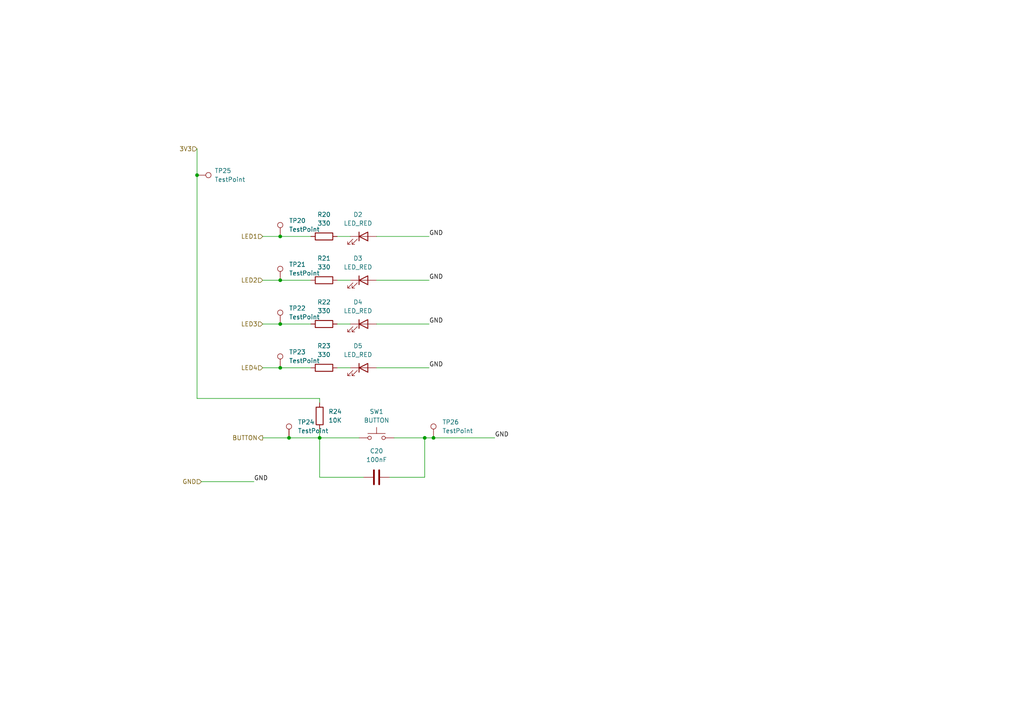
<source format=kicad_sch>
(kicad_sch (version 20250114) (generator "eeschema") (generator_version "9.0")
  (paper "A4")
  (lib_symbols
    (symbol "Connector:TestPoint" (pin_numbers (hide yes)) (pin_names (offset 0.762) (hide yes))
      (property "Reference" "TP" (at 0 6.858 0))
      (property "Value" "TestPoint" (at 0 5.08 0))
      (symbol "TestPoint_0_1"
        (circle (center 0 3.302) (radius 0.762))
      )
      (symbol "TestPoint_1_1"
        (pin passive line (at 0 0 90) (length 2.54) (name "1") (number "1"))
      )
    )
    (symbol "Device:C" (pin_numbers (hide yes)) (pin_names (offset 0.254))
      (property "Reference" "C" (at 0.635 2.54 0))
      (property "Value" "C" (at 0.635 -2.54 0))
      (symbol "C_0_1"
        (polyline (pts (xy -2.032 0.762) (xy 2.032 0.762)) (stroke (width 0.508)))
        (polyline (pts (xy -2.032 -0.762) (xy 2.032 -0.762)) (stroke (width 0.508)))
      )
      (symbol "C_1_1"
        (pin passive line (at 0 3.81 270) (length 2.794) (name "~") (number "1"))
        (pin passive line (at 0 -3.81 90) (length 2.794) (name "~") (number "2"))
      )
    )
    (symbol "Device:LED" (pin_numbers (hide yes)) (pin_names (offset 1.016) (hide yes))
      (property "Reference" "D" (at 0 2.54 0))
      (property "Value" "LED" (at 0 -2.54 0))
      (symbol "LED_0_1"
        (polyline (pts (xy -3.048 -0.762) (xy -4.572 -2.286) (xy -3.81 -2.286) (xy -4.572 -2.286) (xy -4.572 -1.524)))
        (polyline (pts (xy -1.778 -0.762) (xy -3.302 -2.286) (xy -2.54 -2.286) (xy -3.302 -2.286) (xy -3.302 -1.524)))
        (polyline (pts (xy -1.27 0) (xy 1.27 0)))
        (polyline (pts (xy -1.27 -1.27) (xy -1.27 1.27)) (stroke (width 0.254)))
        (polyline (pts (xy 1.27 -1.27) (xy 1.27 1.27) (xy -1.27 0) (xy 1.27 -1.27)) (stroke (width 0.254)))
      )
      (symbol "LED_1_1"
        (pin passive line (at -3.81 0 0) (length 2.54) (name "K") (number "1"))
        (pin passive line (at 3.81 0 180) (length 2.54) (name "A") (number "2"))
      )
    )
    (symbol "Device:R" (pin_numbers (hide yes)) (pin_names (offset 0))
      (property "Reference" "R" (at 2.032 0 90))
      (property "Value" "R" (at 0 0 90))
      (symbol "R_0_1"
        (rectangle (start -1.016 -2.54) (end 1.016 2.54) (stroke (width 0.254)))
      )
      (symbol "R_1_1"
        (pin passive line (at 0 3.81 270) (length 1.27) (name "~") (number "1"))
        (pin passive line (at 0 -3.81 90) (length 1.27) (name "~") (number "2"))
      )
    )
    (symbol "Switch:SW_Push" (pin_numbers (hide yes)) (pin_names (offset 1.016) (hide yes))
      (property "Reference" "SW" (at 1.27 2.54 0))
      (property "Value" "SW_Push" (at 0 -1.524 0))
      (symbol "SW_Push_0_1"
        (circle (center -2.032 0) (radius 0.508))
        (polyline (pts (xy 0 1.27) (xy 0 3.048)))
        (circle (center 2.032 0) (radius 0.508))
        (polyline (pts (xy 2.54 1.27) (xy -2.54 1.27)))
        (pin passive line (at -5.08 0 0) (length 2.54) (name "1") (number "1"))
        (pin passive line (at 5.08 0 180) (length 2.54) (name "2") (number "2"))
      )
    )
  )
  (junction (at 81.28 81.28))
  (junction (at 81.28 68.58))
  (junction (at 125.73 127))
  (junction (at 92.71 127))
  (junction (at 123.19 127))
  (junction (at 81.28 93.98))
  (junction (at 57.15 50.8))
  (junction (at 83.82 127))
  (junction (at 81.28 106.68))
  (wire (pts (xy 81.28 81.28) (xy 90.17 81.28)))
  (wire (pts (xy 57.15 43.18) (xy 57.15 50.8)))
  (wire (pts (xy 57.15 115.57) (xy 92.71 115.57)))
  (wire (pts (xy 76.2 93.98) (xy 81.28 93.98)))
  (wire (pts (xy 114.3 127) (xy 123.19 127)))
  (wire (pts (xy 76.2 68.58) (xy 81.28 68.58)))
  (wire (pts (xy 92.71 127) (xy 104.14 127)))
  (wire (pts (xy 76.2 127) (xy 83.82 127)))
  (wire (pts (xy 81.28 68.58) (xy 90.17 68.58)))
  (wire (pts (xy 97.79 68.58) (xy 101.6 68.58)))
  (wire (pts (xy 92.71 115.57) (xy 92.71 116.84)))
  (wire (pts (xy 109.22 93.98) (xy 124.46 93.98)))
  (wire (pts (xy 113.03 138.43) (xy 123.19 138.43)))
  (wire (pts (xy 109.22 68.58) (xy 124.46 68.58)))
  (wire (pts (xy 109.22 81.28) (xy 124.46 81.28)))
  (wire (pts (xy 92.71 127) (xy 92.71 138.43)))
  (wire (pts (xy 81.28 93.98) (xy 90.17 93.98)))
  (wire (pts (xy 125.73 127) (xy 143.51 127)))
  (wire (pts (xy 97.79 106.68) (xy 101.6 106.68)))
  (wire (pts (xy 97.79 93.98) (xy 101.6 93.98)))
  (wire (pts (xy 123.19 138.43) (xy 123.19 127)))
  (wire (pts (xy 83.82 127) (xy 92.71 127)))
  (wire (pts (xy 92.71 124.46) (xy 92.71 127)))
  (wire (pts (xy 81.28 106.68) (xy 90.17 106.68)))
  (wire (pts (xy 58.42 139.7) (xy 73.66 139.7)))
  (wire (pts (xy 109.22 106.68) (xy 124.46 106.68)))
  (wire (pts (xy 123.19 127) (xy 125.73 127)))
  (wire (pts (xy 76.2 106.68) (xy 81.28 106.68)))
  (wire (pts (xy 92.71 138.43) (xy 105.41 138.43)))
  (wire (pts (xy 57.15 50.8) (xy 57.15 115.57)))
  (wire (pts (xy 76.2 81.28) (xy 81.28 81.28)))
  (wire (pts (xy 97.79 81.28) (xy 101.6 81.28)))
  (label "GND" (at 124.46 81.28 0))
  (label "GND" (at 73.66 139.7 0))
  (label "GND" (at 143.51 127 0))
  (label "GND" (at 124.46 68.58 0))
  (label "GND" (at 124.46 93.98 0))
  (label "GND" (at 124.46 106.68 0))
  (hierarchical_label "BUTTON" (shape output) (at 76.2 127 180))
  (hierarchical_label "GND" (shape input) (at 58.42 139.7 180))
  (hierarchical_label "LED2" (shape input) (at 76.2 81.28 180))
  (hierarchical_label "3V3" (shape input) (at 57.15 43.18 180))
  (hierarchical_label "LED4" (shape input) (at 76.2 106.68 180))
  (hierarchical_label "LED1" (shape input) (at 76.2 68.58 180))
  (hierarchical_label "LED3" (shape input) (at 76.2 93.98 180))
  (symbol (lib_id "Connector:TestPoint") (at 83.82 127 0) (unit 1)
    (property "Reference" "TP24" (at 86.36 122.4279 0) (effects (justify left)))
    (property "Value" "TestPoint" (at 86.36 124.9679 0) (effects (justify left)))
    (property "Footprint" "TestPoint:TestPoint_Pad_D2.0mm" (effects (hide yes)))
    (property "Description" "test point" (effects (hide yes)))
  )
  (symbol (lib_id "Connector:TestPoint") (at 81.28 93.98 0) (unit 1)
    (property "Reference" "TP22" (at 83.82 89.4079 0) (effects (justify left)))
    (property "Value" "TestPoint" (at 83.82 91.9479 0) (effects (justify left)))
    (property "Footprint" "TestPoint:TestPoint_Pad_D2.0mm" (effects (hide yes)))
    (property "Description" "test point" (effects (hide yes)))
  )
  (symbol (lib_id "Device:LED") (at 105.41 68.58 0) (unit 1)
    (property "Reference" "D2" (at 103.8225 62.23 0))
    (property "Value" "LED_RED" (at 103.8225 64.77 0))
    (property "Footprint" "LED_SMD:LED_1206_3216Metric" (effects (hide yes)))
    (property "Description" "Light emitting diode" (effects (hide yes)))
    (property "Sim.Pins" "1=K 2=A" (effects (hide yes)))
  )
  (symbol (lib_id "Device:R") (at 93.98 68.58 90) (unit 1)
    (property "Reference" "R20" (at 93.98 62.23 90))
    (property "Value" "330" (at 93.98 64.77 90))
    (property "Footprint" "Resistor_SMD:R_1206_3216Metric" (effects (hide yes)))
    (property "Description" "Resistor" (effects (hide yes)))
  )
  (symbol (lib_id "Connector:TestPoint") (at 125.73 127 0) (unit 1)
    (property "Reference" "TP26" (at 128.27 122.4279 0) (effects (justify left)))
    (property "Value" "TestPoint" (at 128.27 124.9679 0) (effects (justify left)))
    (property "Footprint" "TestPoint:TestPoint_Pad_D2.0mm" (effects (hide yes)))
    (property "Description" "test point" (effects (hide yes)))
  )
  (symbol (lib_id "Device:LED") (at 105.41 93.98 0) (unit 1)
    (property "Reference" "D4" (at 103.8225 87.63 0))
    (property "Value" "LED_RED" (at 103.8225 90.17 0))
    (property "Footprint" "LED_SMD:LED_1206_3216Metric" (effects (hide yes)))
    (property "Description" "Light emitting diode" (effects (hide yes)))
    (property "Sim.Pins" "1=K 2=A" (effects (hide yes)))
  )
  (symbol (lib_id "Switch:SW_Push") (at 109.22 127 0) (unit 1)
    (property "Reference" "SW1" (at 109.22 119.38 0))
    (property "Value" "BUTTON" (at 109.22 121.92 0))
    (property "Footprint" "Button_Switch_THT:SW_PUSH_6mm" (effects (hide yes)))
    (property "Description" "Push button switch, generic, two pins" (effects (hide yes)))
  )
  (symbol (lib_id "Connector:TestPoint") (at 57.15 50.8 270) (unit 1)
    (property "Reference" "TP25" (at 62.23 49.5299 90) (effects (justify left)))
    (property "Value" "TestPoint" (at 62.23 52.0699 90) (effects (justify left)))
    (property "Footprint" "TestPoint:TestPoint_Pad_D2.0mm" (effects (hide yes)))
    (property "Description" "test point" (effects (hide yes)))
  )
  (symbol (lib_id "Connector:TestPoint") (at 81.28 106.68 0) (unit 1)
    (property "Reference" "TP23" (at 83.82 102.1079 0) (effects (justify left)))
    (property "Value" "TestPoint" (at 83.82 104.6479 0) (effects (justify left)))
    (property "Footprint" "TestPoint:TestPoint_Pad_D2.0mm" (effects (hide yes)))
    (property "Description" "test point" (effects (hide yes)))
  )
  (symbol (lib_id "Device:LED") (at 105.41 81.28 0) (unit 1)
    (property "Reference" "D3" (at 103.8225 74.93 0))
    (property "Value" "LED_RED" (at 103.8225 77.47 0))
    (property "Footprint" "LED_SMD:LED_1206_3216Metric" (effects (hide yes)))
    (property "Description" "Light emitting diode" (effects (hide yes)))
    (property "Sim.Pins" "1=K 2=A" (effects (hide yes)))
  )
  (symbol (lib_id "Device:R") (at 93.98 106.68 90) (unit 1)
    (property "Reference" "R23" (at 93.98 100.33 90))
    (property "Value" "330" (at 93.98 102.87 90))
    (property "Footprint" "Resistor_SMD:R_1206_3216Metric" (effects (hide yes)))
    (property "Description" "Resistor" (effects (hide yes)))
  )
  (symbol (lib_id "Device:C") (at 109.22 138.43 90) (unit 1)
    (property "Reference" "C20" (at 109.22 130.81 90))
    (property "Value" "100nF" (at 109.22 133.35 90))
    (property "Footprint" "Capacitor_SMD:C_1206_3216Metric" (effects (hide yes)))
    (property "Description" "Unpolarized capacitor" (effects (hide yes)))
  )
  (symbol (lib_id "Connector:TestPoint") (at 81.28 68.58 0) (unit 1)
    (property "Reference" "TP20" (at 83.82 64.0079 0) (effects (justify left)))
    (property "Value" "TestPoint" (at 83.82 66.5479 0) (effects (justify left)))
    (property "Footprint" "TestPoint:TestPoint_Pad_D2.0mm" (effects (hide yes)))
    (property "Description" "test point" (effects (hide yes)))
  )
  (symbol (lib_id "Device:R") (at 93.98 81.28 90) (unit 1)
    (property "Reference" "R21" (at 93.98 74.93 90))
    (property "Value" "330" (at 93.98 77.47 90))
    (property "Footprint" "Resistor_SMD:R_1206_3216Metric" (effects (hide yes)))
    (property "Description" "Resistor" (effects (hide yes)))
  )
  (symbol (lib_id "Device:R") (at 92.71 120.65 180) (unit 1)
    (property "Reference" "R24" (at 95.25 119.3799 0) (effects (justify right)))
    (property "Value" "10K" (at 95.25 121.9199 0) (effects (justify right)))
    (property "Footprint" "Resistor_SMD:R_1206_3216Metric" (effects (hide yes)))
    (property "Description" "Resistor" (effects (hide yes)))
  )
  (symbol (lib_id "Device:R") (at 93.98 93.98 90) (unit 1)
    (property "Reference" "R22" (at 93.98 87.63 90))
    (property "Value" "330" (at 93.98 90.17 90))
    (property "Footprint" "Resistor_SMD:R_1206_3216Metric" (effects (hide yes)))
    (property "Description" "Resistor" (effects (hide yes)))
  )
  (symbol (lib_id "Device:LED") (at 105.41 106.68 0) (unit 1)
    (property "Reference" "D5" (at 103.8225 100.33 0))
    (property "Value" "LED_RED" (at 103.8225 102.87 0))
    (property "Footprint" "LED_SMD:LED_1206_3216Metric" (effects (hide yes)))
    (property "Description" "Light emitting diode" (effects (hide yes)))
    (property "Sim.Pins" "1=K 2=A" (effects (hide yes)))
  )
  (symbol (lib_id "Connector:TestPoint") (at 81.28 81.28 0) (unit 1)
    (property "Reference" "TP21" (at 83.82 76.7079 0) (effects (justify left)))
    (property "Value" "TestPoint" (at 83.82 79.2479 0) (effects (justify left)))
    (property "Footprint" "TestPoint:TestPoint_Pad_D2.0mm" (effects (hide yes)))
    (property "Description" "test point" (effects (hide yes)))
  )
)
</source>
